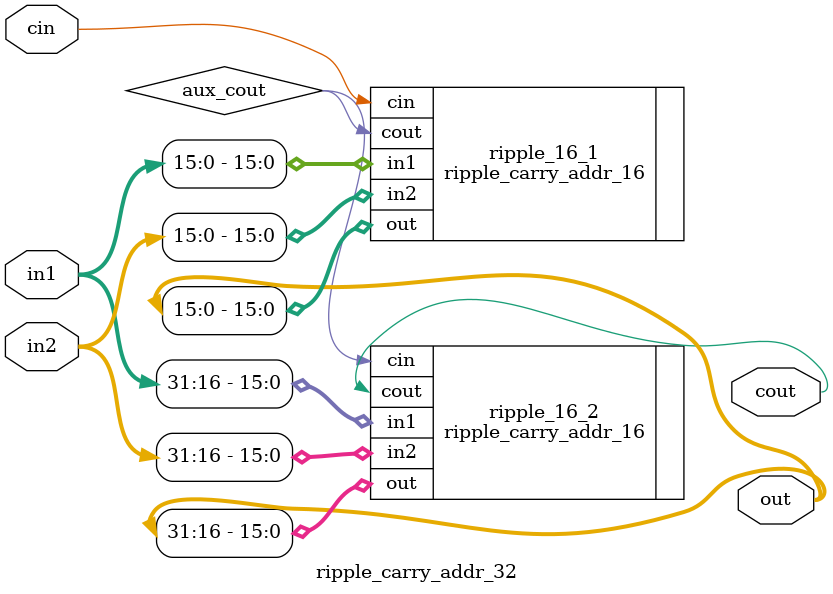
<source format=v>
`timescale 1ns / 1ps

/*
/////////////////////////////////////////////
//// COA LAB Assignment 3                ////
//// Group Number 23                     ////
//// Ashwani Kumar Kamal (20CS10011)     ////
//// Astitva (20CS30007)                 ////
/////////////////////////////////////////////
*/

// ripple carry adder (32 bit)
// inputs: in1 (32 bit), in2 (32 bit), cin (cin is input carry)
// outputs: out (32 bit), cout (out is sum, cout is output carry)

module ripple_carry_addr_32(
    input[31:0] in1, 
    input[31:0] in2, 
    input cin, 
    output[31:0] out, 
    output cout
    );

    // auxiliary wire for connecting two 8 bit ripple carry adders
    wire aux_cout;

    // concatenate two 16 bit ripple carry adders to make a ripple carry adder for 32 bits
    // connect output of previous ripple carry adder with input of current ripple carry adder using wire
    // Structural design pattern
    ripple_carry_addr_16 ripple_16_1(.in1(in1[15:0]), .in2(in2[15:0]), .cin(cin), .out(out[15:0]), .cout(aux_cout));
    ripple_carry_addr_16 ripple_16_2(.in1(in1[31:16]), .in2(in2[31:16]), .cin(aux_cout), .out(out[31:16]), .cout(cout));

endmodule

</source>
